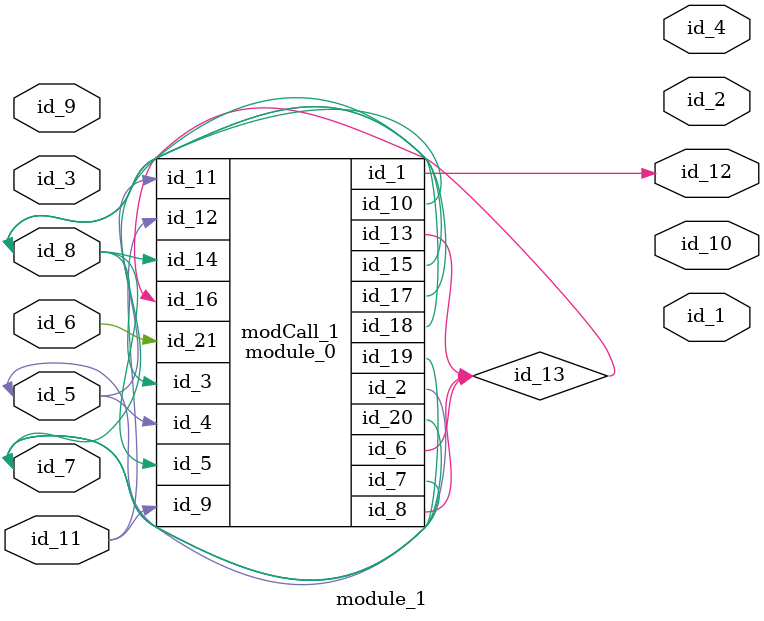
<source format=v>
module module_0 (
    id_1,
    id_2,
    id_3,
    id_4,
    id_5,
    id_6,
    id_7,
    id_8,
    id_9,
    id_10,
    id_11,
    id_12,
    id_13,
    id_14,
    id_15,
    id_16,
    id_17,
    id_18,
    id_19,
    id_20,
    id_21
);
  input wire id_21;
  inout wire id_20;
  inout wire id_19;
  output wire id_18;
  inout wire id_17;
  input wire id_16;
  inout wire id_15;
  input wire id_14;
  inout wire id_13;
  input wire id_12;
  input wire id_11;
  inout wire id_10;
  input wire id_9;
  inout wire id_8;
  output wire id_7;
  inout wire id_6;
  input wire id_5;
  input wire id_4;
  input wire id_3;
  inout wire id_2;
  output wire id_1;
endmodule
module module_1 (
    id_1,
    id_2,
    id_3,
    id_4,
    id_5,
    id_6,
    id_7,
    id_8,
    id_9,
    id_10,
    id_11,
    id_12
);
  output wire id_12;
  input wire id_11;
  output wire id_10;
  inout wire id_9;
  inout wire id_8;
  inout wire id_7;
  input wire id_6;
  inout wire id_5;
  output wire id_4;
  inout wire id_3;
  output wire id_2;
  output wire id_1;
  wire id_13;
  module_0 modCall_1 (
      id_12,
      id_5,
      id_8,
      id_5,
      id_8,
      id_13,
      id_7,
      id_13,
      id_11,
      id_8,
      id_5,
      id_11,
      id_13,
      id_8,
      id_8,
      id_13,
      id_7,
      id_8,
      id_7,
      id_7,
      id_6
  );
endmodule

</source>
